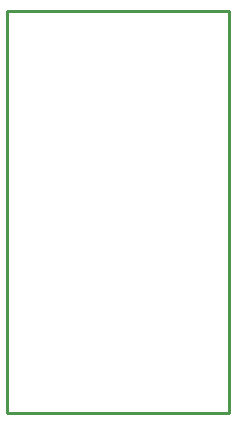
<source format=gko>
G04 Layer: BoardOutlineLayer*
G04 EasyEDA v6.5.22, 2023-04-03 13:48:28*
G04 438ef6ab04534b949e8f413d785863a0,3cec5f453c3247449836eb28e2eac2c3,10*
G04 Gerber Generator version 0.2*
G04 Scale: 100 percent, Rotated: No, Reflected: No *
G04 Dimensions in inches *
G04 leading zeros omitted , absolute positions ,3 integer and 6 decimal *
%FSLAX36Y36*%
%MOIN*%

%ADD10C,0.0100*%
D10*
X780000Y1360000D02*
G01*
X780000Y80000D01*
X740000Y80000D01*
X80000Y80000D01*
X40000Y80000D01*
X40000Y120000D01*
X40000Y1380000D01*
X70000Y1420000D02*
G01*
X60000Y1420000D01*
X40000Y1420000D01*
X40000Y1400000D01*
X40000Y1380000D01*
X780000Y1360000D02*
G01*
X780000Y1420000D01*
X740000Y1420000D01*
X70000Y1420000D02*
G01*
X740000Y1420000D01*

%LPD*%
M02*

</source>
